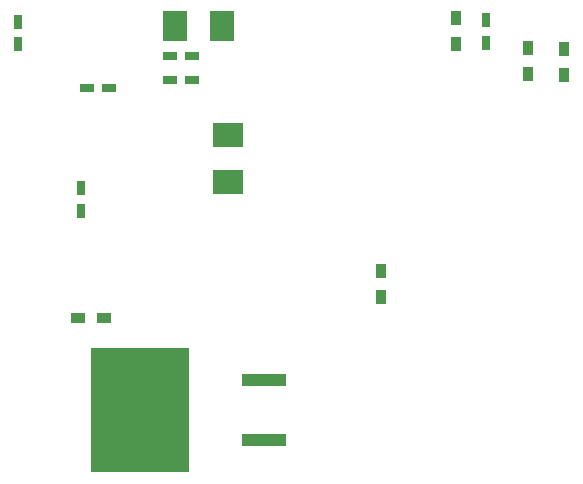
<source format=gbr>
G04 #@! TF.FileFunction,Paste,Top*
%FSLAX46Y46*%
G04 Gerber Fmt 4.6, Leading zero omitted, Abs format (unit mm)*
G04 Created by KiCad (PCBNEW 4.0.7-e2-6376~58~ubuntu16.04.1) date Sat Oct 21 11:32:06 2017*
%MOMM*%
%LPD*%
G01*
G04 APERTURE LIST*
%ADD10C,0.100000*%
%ADD11R,1.200000X0.750000*%
%ADD12R,0.750000X1.200000*%
%ADD13R,2.000000X2.500000*%
%ADD14R,2.500000X2.000000*%
%ADD15R,0.900000X1.200000*%
%ADD16R,1.200000X0.900000*%
%ADD17R,3.750000X1.050000*%
%ADD18R,8.300000X10.500000*%
G04 APERTURE END LIST*
D10*
D11*
X121000000Y-88000000D03*
X119100000Y-88000000D03*
X126116000Y-85344000D03*
X128016000Y-85344000D03*
D12*
X152908000Y-84196000D03*
X152908000Y-82296000D03*
X113284000Y-84328000D03*
X113284000Y-82428000D03*
D11*
X126116000Y-87376000D03*
X128016000Y-87376000D03*
D12*
X118550000Y-96500000D03*
X118550000Y-98400000D03*
D13*
X126556000Y-82804000D03*
X130556000Y-82804000D03*
D14*
X131064000Y-91980000D03*
X131064000Y-95980000D03*
D15*
X150368000Y-84328000D03*
X150368000Y-82128000D03*
D16*
X118300000Y-107500000D03*
X120500000Y-107500000D03*
D15*
X144000000Y-103500000D03*
X144000000Y-105700000D03*
X156464000Y-84668000D03*
X156464000Y-86868000D03*
X159512000Y-84752000D03*
X159512000Y-86952000D03*
D17*
X134112000Y-117856000D03*
X134112000Y-112776000D03*
D18*
X123612000Y-115316000D03*
M02*

</source>
